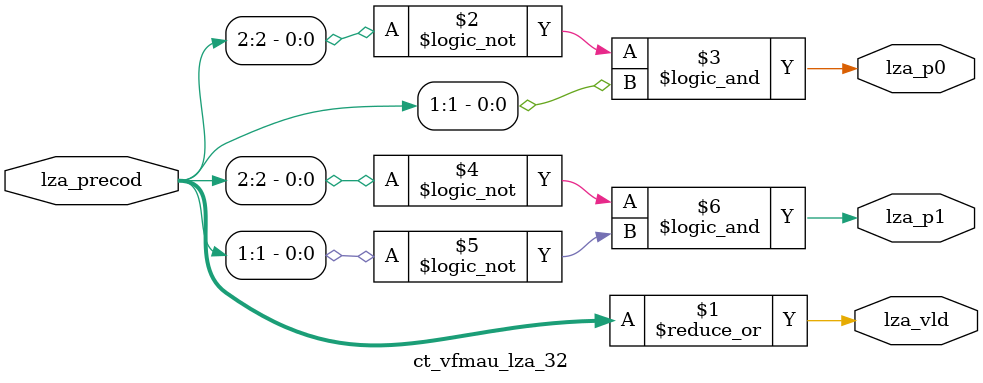
<source format=v>

/*Copyright 2019-2021 T-Head Semiconductor Co., Ltd.

Licensed under the Apache License, Version 2.0 (the "License");
you may not use this file except in compliance with the License.
You may obtain a copy of the License at

    http://www.apache.org/licenses/LICENSE-2.0

Unless required by applicable law or agreed to in writing, software
distributed under the License is distributed on an "AS IS" BASIS,
WITHOUT WARRANTIES OR CONDITIONS OF ANY KIND, either express or implied.
See the License for the specific language governing permissions and
limitations under the License.
*/

// &ModuleBeg; @23
module ct_vfmau_lza_32(
  lza_p0,
  lza_p1,
  lza_precod,
  lza_vld
);

// &Ports; @24
input   [2:0]  lza_precod; 
output         lza_p0;    
output         lza_p1;    
output         lza_vld;   

// &Regs; @25

// &Wires; @26
wire           lza_p0;    
wire           lza_p1;    
wire    [2:0]  lza_precod; 
wire           lza_vld;   


assign lza_vld = |lza_precod[2:0];
assign lza_p0  = !lza_precod[2] && lza_precod[1];
assign lza_p1  = !lza_precod[2] && !lza_precod[1];

// &ModuleEnd; @32
endmodule




</source>
